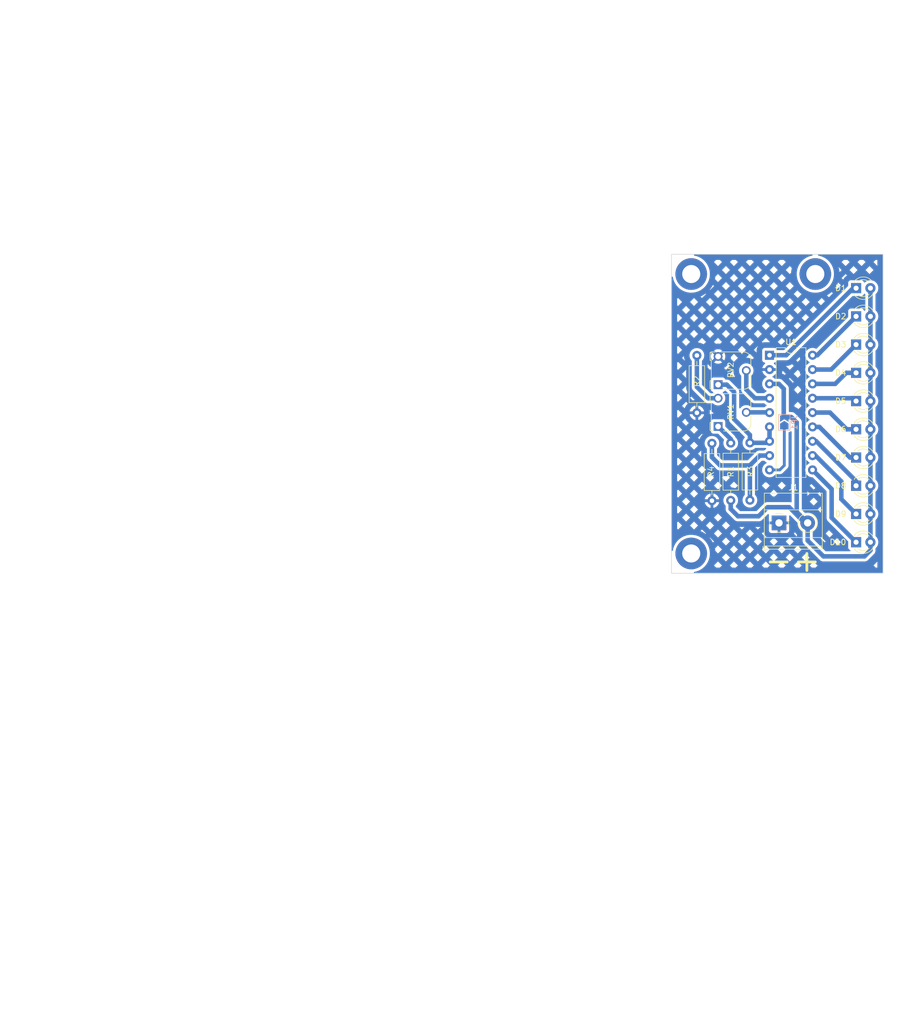
<source format=kicad_pcb>
(kicad_pcb (version 20221018) (generator pcbnew)
  (title_block (title "Indicardor de voltaje") (date "2023-05-18") (rev "V1.0.0") (company "Maykol Rey"))
  (layers (0 "F.Cu" signal) (31 "B.Cu" signal) (34 "B.Paste" user) (35 "F.Paste" user) (36 "B.SilkS" user "B.Silkscreen") (37 "F.SilkS" user "F.Silkscreen") (38 "B.Mask" user) (39 "F.Mask" user) (44 "Edge.Cuts" user))
  (net 0 "")
  (net 1 "Net-(D1-K)")
  (net 2 "Net-(D2-K)")
  (net 3 "Net-(D3-K)")
  (net 4 "Net-(D4-K)")
  (net 5 "Net-(D5-K)")
  (net 6 "Net-(D6-K)")
  (net 7 "Net-(D7-K)")
  (net 8 "Net-(D8-K)")
  (net 9 "Net-(D9-K)")
  (net 10 "Net-(D10-K)")
  (net 11 "GND")
  (net 12 "Net-(JP1-A)")
  (net 13 "Net-(R1-Pad2)")
  (net 14 "Net-(R2-Pad1)")
  (net 15 "Net-(U1-REFOUT)")
  (net 16 "Net-(U1-REFADJ)")
  (net 17 "Net-(U1-SIG)")
  (net 18 "Net-(U1-RLO)")
  (net 19 "/VCC")
  (footprint "Resistor_THT:R_Axial_DIN0207_L6.3mm_D2.5mm_P10.16mm_Horizontal" (layer "F.Cu") (at 137 77.92 -90)
    (fp_text reference "R2" (at 4.58 0 90) (layer "F.SilkS"))
    (fp_text value "4.7k")
    (fp_line (start 1.04 0) (end 1.81 0) (stroke (width 0.12)) (layer "F.SilkS"))
    (fp_line (start 1.81 -1.37) (end 1.81 1.37) (stroke (width 0.12)) (layer "F.SilkS"))
    (fp_line (start 1.81 1.37) (end 8.35 1.37) (stroke (width 0.12)) (layer "F.SilkS"))
    (fp_line (start 8.35 -1.37) (end 1.81 -1.37) (stroke (width 0.12)) (layer "F.SilkS"))
    (fp_line (start 8.35 1.37) (end 8.35 -1.37) (stroke (width 0.12)) (layer "F.SilkS"))
    (fp_line (start 9.12 0) (end 8.35 0) (stroke (width 0.12)) (layer "F.SilkS"))
    (pad "1" thru_hole circle (at 0 0 270) (size 1.6 1.6) (drill 0.8) (layers "*.Cu" "*.Mask") (net 14 "Net-(R2-Pad1)"))
    (pad "2" thru_hole oval (at 10.16 0 270) (size 1.6 1.6) (drill 0.8) (layers "*.Cu" "*.Mask") (net 11 "GND"))
  )
  (footprint "Potentiometer_THT:Potentiometer_Runtron_RM-065_Vertical" (layer "F.Cu") (at 140.76 83.1 90)
    (fp_text reference "RV2" (at 2.6 2.24 90) (layer "F.SilkS"))
    (fp_text value "10k")
    (fp_line (start -0.81 -1.21) (end -0.81 -0.96) (stroke (width 0.12)) (layer "F.SilkS"))
    (fp_line (start -0.81 4.5) (end -0.81 0.96) (stroke (width 0.12)) (layer "F.SilkS"))
    (fp_line (start -0.71 -1.41) (end -0.71 -1.21) (stroke (width 0.12)) (layer "F.SilkS"))
    (fp_line (start -0.71 -1.41) (end 0.71 -1.41) (stroke (width 0.12)) (layer "F.SilkS"))
    (fp_line (start -0.71 -1.21) (end -0.81 -1.21) (stroke (width 0.12)) (layer "F.SilkS"))
    (fp_line (start 0.71 -1.21) (end 0.71 -1.41) (stroke (width 0.12)) (layer "F.SilkS"))
    (fp_line (start 0.71 -1.21) (end 4.29 -1.21) (stroke (width 0.12)) (layer "F.SilkS"))
    (fp_line (start 1.99 5.81) (end 0.5 5.81) (stroke (width 0.12)) (layer "F.SilkS"))
    (fp_line (start 4.29 -1.41) (end 5.71 -1.41) (stroke (width 0.12)) (layer "F.SilkS"))
    (fp_line (start 4.29 -1.21) (end 4.29 -1.41) (stroke (width 0.12)) (layer "F.SilkS"))
    (fp_line (start 4.5 5.81) (end 3.01 5.81) (stroke (width 0.12)) (layer "F.SilkS"))
    (fp_line (start 5.71 -1.41) (end 5.71 -1.21) (stroke (width 0.12)) (layer "F.SilkS"))
    (fp_line (start 5.71 -1.21) (end 5.81 -1.21) (stroke (width 0.12)) (layer "F.SilkS"))
    (fp_line (start 5.81 -1.21) (end 5.81 -0.52) (stroke (width 0.12)) (layer "F.SilkS"))
    (fp_line (start 5.81 0.52) (end 5.81 4.5) (stroke (width 0.12)) (layer "F.SilkS"))
    (fp_arc (start 0.5 5.81) (mid -0.42631 5.42631) (end -0.81 4.5) (stroke (width 0.12)) (layer "F.SilkS"))
    (fp_arc (start 5.81 4.5) (mid 5.42631 5.42631) (end 4.5 5.81) (stroke (width 0.12)) (layer "F.SilkS"))
    (pad "1" thru_hole rect (at 0 0 90) (size 1.56 1.56) (drill 1) (layers "*.Cu" "*.Mask") (net 15 "Net-(U1-REFOUT)"))
    (pad "2" thru_hole circle (at 2.5 5 90) (size 1.56 1.56) (drill 1) (layers "*.Cu" "*.Mask") (net 18 "Net-(U1-RLO)"))
    (pad "3" thru_hole circle (at 5 0 90) (size 1.56 1.56) (drill 1) (layers "*.Cu" "*.Mask") (net 11 "GND"))
  )
  (footprint "LED_THT:LED_D3.0mm" (layer "F.Cu") (at 165.225 111)
    (fp_text reference "D10" (at -3.225 0) (layer "F.SilkS"))
    (fp_text value "LED")
    (fp_line (start -0.29 -1.236) (end -0.29 -1.08) (stroke (width 0.12)) (layer "F.SilkS"))
    (fp_line (start -0.29 1.08) (end -0.29 1.236) (stroke (width 0.12)) (layer "F.SilkS"))
    (fp_arc (start -0.29 -1.235516) (mid 1.366487 -1.987659) (end 2.942335 -1.078608) (stroke (width 0.12)) (layer "F.SilkS"))
    (fp_arc (start 0.229039 -1.08) (mid 1.270117 -1.5) (end 2.31113 -1.079837) (stroke (width 0.12)) (layer "F.SilkS"))
    (fp_arc (start 2.31113 1.079837) (mid 1.270117 1.5) (end 0.229039 1.08) (stroke (width 0.12)) (layer "F.SilkS"))
    (fp_arc (start 2.942335 1.078608) (mid 1.366487 1.987659) (end -0.29 1.235516) (stroke (width 0.12)) (layer "F.SilkS"))
    (pad "1" thru_hole rect (at 0 0) (size 1.8 1.8) (drill 0.9) (layers "*.Cu" "*.Mask") (net 10 "Net-(D10-K)"))
    (pad "2" thru_hole circle (at 2.54 0) (size 1.8 1.8) (drill 0.9) (layers "*.Cu" "*.Mask") (net 19 "/VCC"))
  )
  (footprint "Resistor_THT:R_Axial_DIN0207_L6.3mm_D2.5mm_P10.16mm_Horizontal" (layer "F.Cu") (at 139.67 93.49 -90)
    (fp_text reference "R4" (at 5.01 0.17 90) (layer "F.SilkS"))
    (fp_text value "10k")
    (fp_line (start 1.04 0) (end 1.81 0) (stroke (width 0.12)) (layer "F.SilkS"))
    (fp_line (start 1.81 -1.37) (end 1.81 1.37) (stroke (width 0.12)) (layer "F.SilkS"))
    (fp_line (start 1.81 1.37) (end 8.35 1.37) (stroke (width 0.12)) (layer "F.SilkS"))
    (fp_line (start 8.35 -1.37) (end 1.81 -1.37) (stroke (width 0.12)) (layer "F.SilkS"))
    (fp_line (start 8.35 1.37) (end 8.35 -1.37) (stroke (width 0.12)) (layer "F.SilkS"))
    (fp_line (start 9.12 0) (end 8.35 0) (stroke (width 0.12)) (layer "F.SilkS"))
    (pad "1" thru_hole circle (at 0 0 270) (size 1.6 1.6) (drill 0.8) (layers "*.Cu" "*.Mask") (net 16 "Net-(U1-REFADJ)"))
    (pad "2" thru_hole oval (at 10.16 0 270) (size 1.6 1.6) (drill 0.8) (layers "*.Cu" "*.Mask") (net 11 "GND"))
  )
  (footprint "LED_THT:LED_D3.0mm" (layer "F.Cu") (at 165.225 106)
    (fp_text reference "D9" (at -2.725 0) (layer "F.SilkS"))
    (fp_text value "LED")
    (fp_line (start -0.29 -1.236) (end -0.29 -1.08) (stroke (width 0.12)) (layer "F.SilkS"))
    (fp_line (start -0.29 1.08) (end -0.29 1.236) (stroke (width 0.12)) (layer "F.SilkS"))
    (fp_arc (start -0.29 -1.235516) (mid 1.366487 -1.987659) (end 2.942335 -1.078608) (stroke (width 0.12)) (layer "F.SilkS"))
    (fp_arc (start 0.229039 -1.08) (mid 1.270117 -1.5) (end 2.31113 -1.079837) (stroke (width 0.12)) (layer "F.SilkS"))
    (fp_arc (start 2.31113 1.079837) (mid 1.270117 1.5) (end 0.229039 1.08) (stroke (width 0.12)) (layer "F.SilkS"))
    (fp_arc (start 2.942335 1.078608) (mid 1.366487 1.987659) (end -0.29 1.235516) (stroke (width 0.12)) (layer "F.SilkS"))
    (pad "1" thru_hole rect (at 0 0) (size 1.8 1.8) (drill 0.9) (layers "*.Cu" "*.Mask") (net 9 "Net-(D9-K)"))
    (pad "2" thru_hole circle (at 2.54 0) (size 1.8 1.8) (drill 0.9) (layers "*.Cu" "*.Mask") (net 19 "/VCC"))
  )
  (footprint "LED_THT:LED_D3.0mm" (layer "F.Cu") (at 165.225 71)
    (fp_text reference "D2" (at -2.725 0) (layer "F.SilkS"))
    (fp_text value "LED")
    (fp_line (start -0.29 -1.236) (end -0.29 -1.08) (stroke (width 0.12)) (layer "F.SilkS"))
    (fp_line (start -0.29 1.08) (end -0.29 1.236) (stroke (width 0.12)) (layer "F.SilkS"))
    (fp_arc (start -0.29 -1.235516) (mid 1.366487 -1.987659) (end 2.942335 -1.078608) (stroke (width 0.12)) (layer "F.SilkS"))
    (fp_arc (start 0.229039 -1.08) (mid 1.270117 -1.5) (end 2.31113 -1.079837) (stroke (width 0.12)) (layer "F.SilkS"))
    (fp_arc (start 2.31113 1.079837) (mid 1.270117 1.5) (end 0.229039 1.08) (stroke (width 0.12)) (layer "F.SilkS"))
    (fp_arc (start 2.942335 1.078608) (mid 1.366487 1.987659) (end -0.29 1.235516) (stroke (width 0.12)) (layer "F.SilkS"))
    (pad "1" thru_hole rect (at 0 0) (size 1.8 1.8) (drill 0.9) (layers "*.Cu" "*.Mask") (net 2 "Net-(D2-K)"))
    (pad "2" thru_hole circle (at 2.54 0) (size 1.8 1.8) (drill 0.9) (layers "*.Cu" "*.Mask") (net 19 "/VCC"))
  )
  (footprint "MountingHole:MountingHole_3.2mm_M3_DIN965_Pad" (layer "F.Cu") (at 136 113)
    (fp_text reference "H3" hide)
    (fp_text value "MountingHole")
    (pad "1" thru_hole circle (at 0 0) (size 5.6 5.6) (drill 3.2) (layers "*.Cu" "*.Mask"))
  )
  (footprint "LED_THT:LED_D3.0mm" (layer "F.Cu") (at 165.225 86)
    (fp_text reference "D5" (at -2.725 0) (layer "F.SilkS"))
    (fp_text value "LED")
    (fp_line (start -0.29 -1.236) (end -0.29 -1.08) (stroke (width 0.12)) (layer "F.SilkS"))
    (fp_line (start -0.29 1.08) (end -0.29 1.236) (stroke (width 0.12)) (layer "F.SilkS"))
    (fp_arc (start -0.29 -1.235516) (mid 1.366487 -1.987659) (end 2.942335 -1.078608) (stroke (width 0.12)) (layer "F.SilkS"))
    (fp_arc (start 0.229039 -1.08) (mid 1.270117 -1.5) (end 2.31113 -1.079837) (stroke (width 0.12)) (layer "F.SilkS"))
    (fp_arc (start 2.31113 1.079837) (mid 1.270117 1.5) (end 0.229039 1.08) (stroke (width 0.12)) (layer "F.SilkS"))
    (fp_arc (start 2.942335 1.078608) (mid 1.366487 1.987659) (end -0.29 1.235516) (stroke (width 0.12)) (layer "F.SilkS"))
    (pad "1" thru_hole rect (at 0 0) (size 1.8 1.8) (drill 0.9) (layers "*.Cu" "*.Mask") (net 5 "Net-(D5-K)"))
    (pad "2" thru_hole circle (at 2.54 0) (size 1.8 1.8) (drill 0.9) (layers "*.Cu" "*.Mask") (net 19 "/VCC"))
  )
  (footprint "LED_THT:LED_D3.0mm" (layer "F.Cu") (at 165.225 101)
    (fp_text reference "D8" (at -2.725 0) (layer "F.SilkS"))
    (fp_text value "LED")
    (fp_line (start -0.29 -1.236) (end -0.29 -1.08) (stroke (width 0.12)) (layer "F.SilkS"))
    (fp_line (start -0.29 1.08) (end -0.29 1.236) (stroke (width 0.12)) (layer "F.SilkS"))
    (fp_arc (start -0.29 -1.235516) (mid 1.366487 -1.987659) (end 2.942335 -1.078608) (stroke (width 0.12)) (layer "F.SilkS"))
    (fp_arc (start 0.229039 -1.08) (mid 1.270117 -1.5) (end 2.31113 -1.079837) (stroke (width 0.12)) (layer "F.SilkS"))
    (fp_arc (start 2.31113 1.079837) (mid 1.270117 1.5) (end 0.229039 1.08) (stroke (width 0.12)) (layer "F.SilkS"))
    (fp_arc (start 2.942335 1.078608) (mid 1.366487 1.987659) (end -0.29 1.235516) (stroke (width 0.12)) (layer "F.SilkS"))
    (pad "1" thru_hole rect (at 0 0) (size 1.8 1.8) (drill 0.9) (layers "*.Cu" "*.Mask") (net 8 "Net-(D8-K)"))
    (pad "2" thru_hole circle (at 2.54 0) (size 1.8 1.8) (drill 0.9) (layers "*.Cu" "*.Mask") (net 19 "/VCC"))
  )
  (footprint "Potentiometer_THT:Potentiometer_Runtron_RM-065_Vertical" (layer "F.Cu") (at 140.76 90.5 90)
    (fp_text reference "RV1" (at 2.6 2.24 90) (layer "F.SilkS"))
    (fp_text value "10k")
    (fp_line (start -0.81 -1.21) (end -0.81 -0.96) (stroke (width 0.12)) (layer "F.SilkS"))
    (fp_line (start -0.81 4.5) (end -0.81 0.96) (stroke (width 0.12)) (layer "F.SilkS"))
    (fp_line (start -0.71 -1.41) (end -0.71 -1.21) (stroke (width 0.12)) (layer "F.SilkS"))
    (fp_line (start -0.71 -1.41) (end 0.71 -1.41) (stroke (width 0.12)) (layer "F.SilkS"))
    (fp_line (start -0.71 -1.21) (end -0.81 -1.21) (stroke (width 0.12)) (layer "F.SilkS"))
    (fp_line (start 0.71 -1.21) (end 0.71 -1.41) (stroke (width 0.12)) (layer "F.SilkS"))
    (fp_line (start 0.71 -1.21) (end 4.29 -1.21) (stroke (width 0.12)) (layer "F.SilkS"))
    (fp_line (start 1.99 5.81) (end 0.5 5.81) (stroke (width 0.12)) (layer "F.SilkS"))
    (fp_line (start 4.29 -1.41) (end 5.71 -1.41) (stroke (width 0.12)) (layer "F.SilkS"))
    (fp_line (start 4.29 -1.21) (end 4.29 -1.41) (stroke (width 0.12)) (layer "F.SilkS"))
    (fp_line (start 4.5 5.81) (end 3.01 5.81) (stroke (width 0.12)) (layer "F.SilkS"))
    (fp_line (start 5.71 -1.41) (end 5.71 -1.21) (stroke (width 0.12)) (layer "F.SilkS"))
    (fp_line (start 5.71 -1.21) (end 5.81 -1.21) (stroke (width 0.12)) (layer "F.SilkS"))
    (fp_line (start 5.81 -1.21) (end 5.81 -0.52) (stroke (width 0.12)) (layer "F.SilkS"))
    (fp_line (start 5.81 0.52) (end 5.81 4.5) (stroke (width 0.12)) (layer "F.SilkS"))
    (fp_arc (start 0.5 5.81) (mid -0.42631 5.42631) (end -0.81 4.5) (stroke (width 0.12)) (layer "F.SilkS"))
    (fp_arc (start 5.81 4.5) (mid 5.42631 5.42631) (end 4.5 5.81) (stroke (width 0.12)) (layer "F.SilkS"))
    (pad "1" thru_hole rect (at 0 0 90) (size 1.56 1.56) (drill 1) (layers "*.Cu" "*.Mask") (net 13 "Net-(R1-Pad2)"))
    (pad "2" thru_hole circle (at 2.5 5 90) (size 1.56 1.56) (drill 1) (layers "*.Cu" "*.Mask") (net 17 "Net-(U1-SIG)"))
    (pad "3" thru_hole circle (at 5 0 90) (size 1.56 1.56) (drill 1) (layers "*.Cu" "*.Mask") (net 14 "Net-(R2-Pad1)"))
  )
  (footprint "LED_THT:LED_D3.0mm" (layer "F.Cu") (at 165.225 76)
    (fp_text reference "D3" (at -2.725 0) (layer "F.SilkS"))
    (fp_text value "LED")
    (fp_line (start -0.29 -1.236) (end -0.29 -1.08) (stroke (width 0.12)) (layer "F.SilkS"))
    (fp_line (start -0.29 1.08) (end -0.29 1.236) (stroke (width 0.12)) (layer "F.SilkS"))
    (fp_arc (start -0.29 -1.235516) (mid 1.366487 -1.987659) (end 2.942335 -1.078608) (stroke (width 0.12)) (layer "F.SilkS"))
    (fp_arc (start 0.229039 -1.08) (mid 1.270117 -1.5) (end 2.31113 -1.079837) (stroke (width 0.12)) (layer "F.SilkS"))
    (fp_arc (start 2.31113 1.079837) (mid 1.270117 1.5) (end 0.229039 1.08) (stroke (width 0.12)) (layer "F.SilkS"))
    (fp_arc (start 2.942335 1.078608) (mid 1.366487 1.987659) (end -0.29 1.235516) (stroke (width 0.12)) (layer "F.SilkS"))
    (pad "1" thru_hole rect (at 0 0) (size 1.8 1.8) (drill 0.9) (layers "*.Cu" "*.Mask") (net 3 "Net-(D3-K)"))
    (pad "2" thru_hole circle (at 2.54 0) (size 1.8 1.8) (drill 0.9) (layers "*.Cu" "*.Mask") (net 19 "/VCC"))
  )
  (footprint "LED_THT:LED_D3.0mm" (layer "F.Cu") (at 165.225 96)
    (fp_text reference "D7" (at -2.725 0) (layer "F.SilkS"))
    (fp_text value "LED")
    (fp_line (start -0.29 -1.236) (end -0.29 -1.08) (stroke (width 0.12)) (layer "F.SilkS"))
    (fp_line (start -0.29 1.08) (end -0.29 1.236) (stroke (width 0.12)) (layer "F.SilkS"))
    (fp_arc (start -0.29 -1.235516) (mid 1.366487 -1.987659) (end 2.942335 -1.078608) (stroke (width 0.12)) (layer "F.SilkS"))
    (fp_arc (start 0.229039 -1.08) (mid 1.270117 -1.5) (end 2.31113 -1.079837) (stroke (width 0.12)) (layer "F.SilkS"))
    (fp_arc (start 2.31113 1.079837) (mid 1.270117 1.5) (end 0.229039 1.08) (stroke (width 0.12)) (layer "F.SilkS"))
    (fp_arc (start 2.942335 1.078608) (mid 1.366487 1.987659) (end -0.29 1.235516) (stroke (width 0.12)) (layer "F.SilkS"))
    (pad "1" thru_hole rect (at 0 0) (size 1.8 1.8) (drill 0.9) (layers "*.Cu" "*.Mask") (net 7 "Net-(D7-K)"))
    (pad "2" thru_hole circle (at 2.54 0) (size 1.8 1.8) (drill 0.9) (layers "*.Cu" "*.Mask") (net 19 "/VCC"))
  )
  (footprint "MountingHole:MountingHole_3.2mm_M3_DIN965_Pad" (layer "F.Cu") (at 158 63.5)
    (fp_text reference "H1" hide)
    (fp_text value "MountingHole")
    (pad "1" thru_hole circle (at 0 0) (size 5.6 5.6) (drill 3.2) (layers "*.Cu" "*.Mask"))
  )
  (footprint "TerminalBlock_Phoenix:TerminalBlock_Phoenix_MKDS-1,5-2-5.08_1x02_P5.08mm_Horizontal" (layer "F.Cu") (at 151.56 107.58)
    (fp_text reference "J1" (at 2.54 -6.26) (layer "F.SilkS"))
    (fp_text value "Conn_01x02")
    (fp_line (start -2.84 4.16) (end -2.84 4.9) (stroke (width 0.12)) (layer "F.SilkS"))
    (fp_line (start -2.84 4.9) (end -2.34 4.9) (stroke (width 0.12)) (layer "F.SilkS"))
    (fp_line (start -2.6 -5.261) (end -2.6 4.66) (stroke (width 0.12)) (layer "F.SilkS"))
    (fp_line (start -2.6 -5.261) (end 7.68 -5.261) (stroke (width 0.12)) (layer "F.SilkS"))
    (fp_line (start -2.6 -2.301) (end 7.68 -2.301) (stroke (width 0.12)) (layer "F.SilkS"))
    (fp_line (start -2.6 2.6) (end 7.68 2.6) (stroke (width 0.12)) (layer "F.SilkS"))
    (fp_line (start -2.6 4.1) (end 7.68 4.1) (stroke (width 0.12)) (layer "F.SilkS"))
    (fp_line (start -2.6 4.66) (end 7.68 4.66) (stroke (width 0.12)) (layer "F.SilkS"))
    (fp_line (start 3.853 1.023) (end 3.806 1.069) (stroke (width 0.12)) (layer "F.SilkS"))
    (fp_line (start 4.046 1.239) (end 4.011 1.274) (stroke (width 0.12)) (layer "F.SilkS"))
    (fp_line (start 6.15 -1.275) (end 6.115 -1.239) (stroke (width 0.12)) (layer "F.SilkS"))
    (fp_line (start 6.355 -1.069) (end 6.308 -1.023) (stroke (width 0.12)) (layer "F.SilkS"))
    (fp_line (start 7.68 -5.261) (end 7.68 4.66) (stroke (width 0.12)) (layer "F.SilkS"))
    (fp_arc (start -1.535427 0.683042) (mid -1.680501 -0.000524) (end -1.535 -0.684) (stroke (width 0.12)) (layer "F.SilkS"))
    (fp_arc (start -0.683042 -1.535427) (mid 0.000524 -1.680501) (end 0.684 -1.535) (stroke (width 0.12)) (layer "F.SilkS"))
    (fp_arc (start 0.028805 1.680253) (mid -0.335551 1.646659) (end -0.684 1.535) (stroke (width 0.12)) (layer "F.SilkS"))
    (fp_arc (start 0.683318 1.534756) (mid 0.349292 1.643288) (end 0 1.68) (stroke (width 0.12)) (layer "F.SilkS"))
    (fp_arc (start 1.535427 -0.683042) (mid 1.680501 0.000524) (end 1.535 0.684) (stroke (width 0.12)) (layer "F.SilkS"))
    (fp_circle (center 5.08 0) (end 6.76 0) (stroke (width 0.12)) (fill none) (layer "F.SilkS"))
    (pad "1" thru_hole rect (at 0 0) (size 2.6 2.6) (drill 1.3) (layers "*.Cu" "*.Mask") (net 11 "GND"))
    (pad "2" thru_hole circle (at 5.08 0) (size 2.6 2.6) (drill 1.3) (layers "*.Cu" "*.Mask") (net 19 "/VCC"))
  )
  (footprint "Package_DIP:DIP-18_W7.62mm" (layer "F.Cu") (at 149.88 77.88)
    (fp_text reference "U1" (at 3.81 -2.33) (layer "F.SilkS"))
    (fp_text value "LM3914N")
    (fp_line (start 1.16 -1.33) (end 1.16 21.65) (stroke (width 0.12)) (layer "F.SilkS"))
    (fp_line (start 1.16 21.65) (end 6.46 21.65) (stroke (width 0.12)) (layer "F.SilkS"))
    (fp_line (start 2.81 -1.33) (end 1.16 -1.33) (stroke (width 0.12)) (layer "F.SilkS"))
    (fp_line (start 6.46 -1.33) (end 4.81 -1.33) (stroke (width 0.12)) (layer "F.SilkS"))
    (fp_line (start 6.46 21.65) (end 6.46 -1.33) (stroke (width 0.12)) (layer "F.SilkS"))
    (fp_arc (start 4.81 -1.33) (mid 3.81 -0.33) (end 2.81 -1.33) (stroke (width 0.12)) (layer "F.SilkS"))
    (pad "1" thru_hole rect (at 0 0) (size 1.6 1.6) (drill 0.8) (layers "*.Cu" "*.Mask") (net 1 "Net-(D1-K)"))
    (pad "2" thru_hole oval (at 0 2.54) (size 1.6 1.6) (drill 0.8) (layers "*.Cu" "*.Mask") (net 11 "GND"))
    (pad "3" thru_hole oval (at 0 5.08) (size 1.6 1.6) (drill 0.8) (layers "*.Cu" "*.Mask") (net 19 "/VCC"))
    (pad "4" thru_hole oval (at 0 7.62) (size 1.6 1.6) (drill 0.8) (layers "*.Cu" "*.Mask") (net 18 "Net-(U1-RLO)"))
    (pad "5" thru_hole oval (at 0 10.16) (size 1.6 1.6) (drill 0.8) (layers "*.Cu" "*.Mask") (net 17 "Net-(U1-SIG)"))
    (pad "6" thru_hole oval (at 0 12.7) (size 1.6 1.6) (drill 0.8) (layers "*.Cu" "*.Mask") (net 15 "Net-(U1-REFOUT)"))
    (pad "7" thru_hole oval (at 0 15.24) (size 1.6 1.6) (drill 0.8) (layers "*.Cu" "*.Mask") (net 15 "Net-(U1-REFOUT)"))
    (pad "8" thru_hole oval (at 0 17.78) (size 1.6 1.6) (drill 0.8) (layers "*.Cu" "*.Mask") (net 16 "Net-(U1-REFADJ)"))
    (pad "9" thru_hole oval (at 0 20.32) (size 1.6 1.6) (drill 0.8) (layers "*.Cu" "*.Mask") (net 12 "Net-(JP1-A)"))
    (pad "10" thru_hole oval (at 7.62 20.32) (size 1.6 1.6) (drill 0.8) (layers "*.Cu" "*.Mask") (net 10 "Net-(D10-K)"))
    (pad "11" thru_hole oval (at 7.62 17.78) (size 1.6 1.6) (drill 0.8) (layers "*.Cu" "*.Mask") (net 9 "Net-(D9-K)"))
    (pad "12" thru_hole oval (at 7.62 15.24) (size 1.6 1.6) (drill 0.8) (layers "*.Cu" "*.Mask") (net 8 "Net-(D8-K)"))
    (pad "13" thru_hole oval (at 7.62 12.7) (size 1.6 1.6) (drill 0.8) (layers "*.Cu" "*.Mask") (net 7 "Net-(D7-K)"))
    (pad "14" thru_hole oval (at 7.62 10.16) (size 1.6 1.6) (drill 0.8) (layers "*.Cu" "*.Mask") (net 6 "Net-(D6-K)"))
    (pad "15" thru_hole oval (at 7.62 7.62) (size 1.6 1.6) (drill 0.8) (layers "*.Cu" "*.Mask") (net 5 "Net-(D5-K)"))
    (pad "16" thru_hole oval (at 7.62 5.08) (size 1.6 1.6) (drill 0.8) (layers "*.Cu" "*.Mask") (net 4 "Net-(D4-K)"))
    (pad "17" thru_hole oval (at 7.62 2.54) (size 1.6 1.6) (drill 0.8) (layers "*.Cu" "*.Mask") (net 3 "Net-(D3-K)"))
    (pad "18" thru_hole oval (at 7.62 0) (size 1.6 1.6) (drill 0.8) (layers "*.Cu" "*.Mask") (net 2 "Net-(D2-K)"))
  )
  (footprint "LED_THT:LED_D3.0mm" (layer "F.Cu") (at 165.225 81)
    (fp_text reference "D4" (at -2.725 0) (layer "F.SilkS"))
    (fp_text value "LED")
    (fp_line (start -0.29 -1.236) (end -0.29 -1.08) (stroke (width 0.12)) (layer "F.SilkS"))
    (fp_line (start -0.29 1.08) (end -0.29 1.236) (stroke (width 0.12)) (layer "F.SilkS"))
    (fp_arc (start -0.29 -1.235516) (mid 1.366487 -1.987659) (end 2.942335 -1.078608) (stroke (width 0.12)) (layer "F.SilkS"))
    (fp_arc (start 0.229039 -1.08) (mid 1.270117 -1.5) (end 2.31113 -1.079837) (stroke (width 0.12)) (layer "F.SilkS"))
    (fp_arc (start 2.31113 1.079837) (mid 1.270117 1.5) (end 0.229039 1.08) (stroke (width 0.12)) (layer "F.SilkS"))
    (fp_arc (start 2.942335 1.078608) (mid 1.366487 1.987659) (end -0.29 1.235516) (stroke (width 0.12)) (layer "F.SilkS"))
    (pad "1" thru_hole rect (at 0 0) (size 1.8 1.8) (drill 0.9) (layers "*.Cu" "*.Mask") (net 4 "Net-(D4-K)"))
    (pad "2" thru_hole circle (at 2.54 0) (size 1.8 1.8) (drill 0.9) (layers "*.Cu" "*.Mask") (net 19 "/VCC"))
  )
  (footprint "LED_THT:LED_D3.0mm" (layer "F.Cu") (at 165.225 91)
    (fp_text reference "D6" (at -2.725 0) (layer "F.SilkS"))
    (fp_text value "LED")
    (fp_line (start -0.29 -1.236) (end -0.29 -1.08) (stroke (width 0.12)) (layer "F.SilkS"))
    (fp_line (start -0.29 1.08) (end -0.29 1.236) (stroke (width 0.12)) (layer "F.SilkS"))
    (fp_arc (start -0.29 -1.235516) (mid 1.366487 -1.987659) (end 2.942335 -1.078608) (stroke (width 0.12)) (layer "F.SilkS"))
    (fp_arc (start 0.229039 -1.08) (mid 1.270117 -1.5) (end 2.31113 -1.079837) (stroke (width 0.12)) (layer "F.SilkS"))
    (fp_arc (start 2.31113 1.079837) (mid 1.270117 1.5) (end 0.229039 1.08) (stroke (width 0.12)) (layer "F.SilkS"))
    (fp_arc (start 2.942335 1.078608) (mid 1.366487 1.987659) (end -0.29 1.235516) (stroke (width 0.12)) (layer "F.SilkS"))
    (pad "1" thru_hole rect (at 0 0) (size 1.8 1.8) (drill 0.9) (layers "*.Cu" "*.Mask") (net 6 "Net-(D6-K)"))
    (pad "2" thru_hole circle (at 2.54 0) (size 1.8 1.8) (drill 0.9) (layers "*.Cu" "*.Mask") (net 19 "/VCC"))
  )
  (footprint "Resistor_THT:R_Axial_DIN0207_L6.3mm_D2.5mm_P10.16mm_Horizontal" (layer "F.Cu") (at 143 103.6 90)
    (fp_text reference "R1" (at 5.1 0 90) (layer "F.SilkS"))
    (fp_text value "4.7k")
    (fp_line (start 1.04 0) (end 1.81 0) (stroke (width 0.12)) (layer "F.SilkS"))
    (fp_line (start 1.81 -1.37) (end 1.81 1.37) (stroke (width 0.12)) (layer "F.SilkS"))
    (fp_line (start 1.81 1.37) (end 8.35 1.37) (stroke (width 0.12)) (layer "F.SilkS"))
    (fp_line (start 8.35 -1.37) (end 1.81 -1.37) (stroke (width 0.12)) (layer "F.SilkS"))
    (fp_line (start 8.35 1.37) (end 8.35 -1.37) (stroke (width 0.12)) (layer "F.SilkS"))
    (fp_line (start 9.12 0) (end 8.35 0) (stroke (width 0.12)) (layer "F.SilkS"))
    (pad "1" thru_hole circle (at 0 0 90) (size 1.6 1.6) (drill 0.8) (layers "*.Cu" "*.Mask") (net 19 "/VCC"))
    (pad "2" thru_hole oval (at 10.16 0 90) (size 1.6 1.6) (drill 0.8) (layers "*.Cu" "*.Mask") (net 13 "Net-(R1-Pad2)"))
  )
  (footprint "Resistor_THT:R_Axial_DIN0207_L6.3mm_D2.5mm_P10.16mm_Horizontal" (layer "F.Cu") (at 146.4 93.4 -90)
    (fp_text reference "R3" (at 5.08 -0.1 90) (layer "F.SilkS"))
    (fp_text value "3.3k")
    (fp_line (start 1.04 0) (end 1.81 0) (stroke (width 0.12)) (layer "F.SilkS"))
    (fp_line (start 1.81 -1.37) (end 1.81 1.37) (stroke (width 0.12)) (layer "F.SilkS"))
    (fp_line (start 1.81 1.37) (end 8.35 1.37) (stroke (width 0.12)) (layer "F.SilkS"))
    (fp_line (start 8.35 -1.37) (end 1.81 -1.37) (stroke (width 0.12)) (layer "F.SilkS"))
    (fp_line (start 8.35 1.37) (end 8.35 -1.37) (stroke (width 0.12)) (layer "F.SilkS"))
    (fp_line (start 9.12 0) (end 8.35 0) (stroke (width 0.12)) (layer "F.SilkS"))
    (pad "1" thru_hole circle (at 0 0 270) (size 1.6 1.6) (drill 0.8) (layers "*.Cu" "*.Mask") (net 15 "Net-(U1-REFOUT)"))
    (pad "2" thru_hole oval (at 10.16 0 270) (size 1.6 1.6) (drill 0.8) (layers "*.Cu" "*.Mask") (net 16 "Net-(U1-REFADJ)"))
  )
  (footprint "LED_THT:LED_D3.0mm" (layer "F.Cu") (at 165.225 66)
    (fp_text reference "D1" (at -2.725 0) (layer "F.SilkS"))
    (fp_text value "LED")
    (fp_line (start -0.29 -1.236) (end -0.29 -1.08) (stroke (width 0.12)) (layer "F.SilkS"))
    (fp_line (start -0.29 1.08) (end -0.29 1.236) (stroke (width 0.12)) (layer "F.SilkS"))
    (fp_arc (start -0.29 -1.235516) (mid 1.366487 -1.987659) (end 2.942335 -1.078608) (stroke (width 0.12)) (layer "F.SilkS"))
    (fp_arc (start 0.229039 -1.08) (mid 1.270117 -1.5) (end 2.31113 -1.079837) (stroke (width 0.12)) (layer "F.SilkS"))
    (fp_arc (start 2.31113 1.079837) (mid 1.270117 1.5) (end 0.229039 1.08) (stroke (width 0.12)) (layer "F.SilkS"))
    (fp_arc (start 2.942335 1.078608) (mid 1.366487 1.987659) (end -0.29 1.235516) (stroke (width 0.12)) (layer "F.SilkS"))
    (pad "1" thru_hole rect (at 0 0) (size 1.8 1.8) (drill 0.9) (layers "*.Cu" "*.Mask") (net 1 "Net-(D1-K)"))
    (pad "2" thru_hole circle (at 2.54 0) (size 1.8 1.8) (drill 0.9) (layers "*.Cu" "*.Mask") (net 19 "/VCC"))
  )
  (footprint "MountingHole:MountingHole_3.2mm_M3_DIN965_Pad" (layer "F.Cu") (at 136 63.5)
    (fp_text reference "H2" hide)
    (fp_text value "MountingHole")
    (pad "1" thru_hole circle (at 0 0) (size 5.6 5.6) (drill 3.2) (layers "*.Cu" "*.Mask"))
  )
  (footprint "Jumper:SolderJumper-2_P1.3mm_Open_TrianglePad1.0x1.5mm" (layer "B.Cu") (at 152.5 89.775 90)
    (fp_text reference "JP1" (at 0 1.8 90) (layer "B.SilkS") (effects (justify mirror)))
    (fp_text value "Tipo")
    (fp_line (start -1.4 -1) (end -1.4 1) (stroke (width 0.12)) (layer "B.SilkS"))
    (fp_line (start -1.4 1) (end 1.4 1) (stroke (width 0.12)) (layer "B.SilkS"))
    (fp_line (start 1.4 -1) (end -1.4 -1) (stroke (width 0.12)) (layer "B.SilkS"))
    (fp_line (start 1.4 1) (end 1.4 -1) (stroke (width 0.12)) (layer "B.SilkS"))
    (pad "1" smd custom (at -0.725 0 90) (size 0.3 0.3) (layers "B.Cu" "B.Mask") (net 12 "Net-(JP1-A)") (options (clearance outline) (anchor rect)) (primitives (gr_poly (pts (xy 1 0) (xy 0.5 -0.75) (xy -0.5 -0.75) (xy -0.5 0.75) (xy 0.5 0.75)) (width 0) (fill yes))))
    (pad "2" smd custom (at 0.725 0 90) (size 0.3 0.3) (layers "B.Cu" "B.Mask") (net 19 "/VCC") (options (clearance outline) (anchor rect)) (primitives (gr_poly (pts (xy 0.5 -0.75) (xy -0.65 -0.75) (xy -0.15 0) (xy -0.65 0.75) (xy 0.5 0.75)) (width 0) (fill yes))))
  )
  (gr_line (start 156.5 113) (end 156.5 116) (stroke (width 0.5)) (layer "F.SilkS"))
  (gr_line (start 150 114.5) (end 153 114.5) (stroke (width 0.5)) (layer "F.SilkS"))
  (gr_line (start 155 114.5) (end 158 114.5) (stroke (width 0.5)) (layer "F.SilkS"))
  (gr_rect (start 132.5 60) (end 170 116.5) (stroke (width 0.1)) (fill none) (layer "Edge.Cuts"))
  (segment (start 164.71 66) (end 152.83 77.88) (width 0.8) (layer "B.Cu") (net 1))
  (segment (start 152.83 77.88) (end 149.88 77.88) (width 0.8) (layer "B.Cu") (net 1))
  (segment (start 165.225 66) (end 164.71 66) (width 0.8) (layer "B.Cu") (net 1))
  (segment (start 157.5 77.88) (end 158.345 77.88) (width 0.8) (layer "B.Cu") (net 2))
  (segment (start 158.345 77.88) (end 165.225 71) (width 0.8) (layer "B.Cu") (net 2))
  (segment (start 160.805 80.42) (end 165.225 76) (width 0.8) (layer "B.Cu") (net 3))
  (segment (start 157.5 80.42) (end 160.805 80.42) (width 0.8) (layer "B.Cu") (net 3))
  (segment (start 163.48 81) (end 165.225 81) (width 0.8) (layer "B.Cu") (net 4))
  (segment (start 157.5 82.96) (end 161.52 82.96) (width 0.8) (layer "B.Cu") (net 4))
  (segment (start 161.52 82.96) (end 163.48 81) (width 0.8) (layer "B.Cu") (net 4))
  (segment (start 157.5 85.5) (end 164.725 85.5) (width 0.8) (layer "B.Cu") (net 5))
  (segment (start 164.725 85.5) (end 165.225 86) (width 0.8) (layer "B.Cu") (net 5))
  (segment (start 163.56 91) (end 165.225 91) (width 0.8) (layer "B.Cu") (net 6))
  (segment (start 160.6 88.04) (end 163.56 91) (width 0.8) (layer "B.Cu") (net 6))
  (segment (start 157.5 88.04) (end 160.6 88.04) (width 0.8) (layer "B.Cu") (net 6))
  (segment (start 157.5 90.58) (end 158.72 90.58) (width 0.8) (layer "B.Cu") (net 7))
  (segment (start 164.14 96) (end 165.225 96) (width 0.8) (layer "B.Cu") (net 7))
  (segment (start 158.72 90.58) (end 164.14 96) (width 0.8) (layer "B.Cu") (net 7))
  (segment (start 157.5 93.12) (end 158.16 93.12) (width 0.8) (layer "B.Cu") (net 8))
  (segment (start 158.16 93.12) (end 165.225 100.185) (width 0.8) (layer "B.Cu") (net 8))
  (segment (start 165.225 100.185) (end 165.225 101) (width 0.8) (layer "B.Cu") (net 8))
  (segment (start 157.5 95.66) (end 158.03 95.66) (width 0.8) (layer "B.Cu") (net 9))
  (segment (start 158.03 95.66) (end 162.61 100.24) (width 0.8) (layer "B.Cu") (net 9))
  (segment (start 162.61 100.24) (end 162.61 103.385) (width 0.8) (layer "B.Cu") (net 9))
  (segment (start 162.61 103.385) (end 165.225 106) (width 0.8) (layer "B.Cu") (net 9))
  (segment (start 160.89 106.665) (end 165.225 111) (width 0.8) (layer "B.Cu") (net 10))
  (segment (start 160.89 101.59) (end 160.89 106.665) (width 0.8) (layer "B.Cu") (net 10))
  (segment (start 157.5 98.2) (end 160.89 101.59) (width 0.8) (layer "B.Cu") (net 10))
  (segment (start 152.5 97.39) (end 151.69 98.2) (width 0.5) (layer "B.Cu") (net 12))
  (segment (start 151.69 98.2) (end 149.88 98.2) (width 0.5) (layer "B.Cu") (net 12))
  (segment (start 152.5 90.5) (end 152.5 97.39) (width 0.5) (layer "B.Cu") (net 12))
  (segment (start 143 92.74) (end 143 93.44) (width 0.8) (layer "B.Cu") (net 13))
  (segment (start 140.76 90.5) (end 143 92.74) (width 0.8) (layer "B.Cu") (net 13))
  (segment (start 137 83.5) (end 139 85.5) (width 0.8) (layer "B.Cu") (net 14))
  (segment (start 139 85.5) (end 140.76 85.5) (width 0.8) (layer "B.Cu") (net 14))
  (segment (start 137 77.92) (end 137 83.5) (width 0.8) (layer "B.Cu") (net 14))
  (segment (start 149.6 93.4) (end 146.4 93.4) (width 0.8) (layer "B.Cu") (net 15))
  (segment (start 143.6 84.4) (end 143.6 89.2) (width 0.8) (layer "B.Cu") (net 15))
  (segment (start 140.76 83.1) (end 142.3 83.1) (width 0.8) (layer "B.Cu") (net 15))
  (segment (start 142.3 83.1) (end 143.6 84.4) (width 0.8) (layer "B.Cu") (net 15))
  (segment (start 143.6 89.2) (end 146.4 92) (width 0.8) (layer "B.Cu") (net 15))
  (segment (start 146.4 92) (end 146.4 93.4) (width 0.8) (layer "B.Cu") (net 15))
  (segment (start 149.88 90.58) (end 149.88 93.12) (width 0.8) (layer "B.Cu") (net 15))
  (segment (start 149.88 93.12) (end 149.6 93.4) (width 0.8) (layer "B.Cu") (net 15))
  (segment (start 146.4 97.4) (end 146.4 103.56) (width 0.8) (layer "B.Cu") (net 16))
  (segment (start 149.88 95.66) (end 148.14 95.66) (width 0.8) (layer "B.Cu") (net 16))
  (segment (start 139.67 93.49) (end 139.67 95.95) (width 0.8) (layer "B.Cu") (net 16))
  (segment (start 148.14 95.66) (end 146.4 97.4) (width 0.8) (layer "B.Cu") (net 16))
  (segment (start 141.12 97.4) (end 146.4 97.4) (width 0.8) (layer "B.Cu") (net 16))
  (segment (start 139.67 95.95) (end 141.12 97.4) (width 0.8) (layer "B.Cu") (net 16))
  (segment (start 149.84 88) (end 149.88 88.04) (width 0.8) (layer "B.Cu") (net 17))
  (segment (start 145.76 88) (end 149.84 88) (width 0.8) (layer "B.Cu") (net 17))
  (segment (start 145.76 83.96) (end 145.76 80.6) (width 0.8) (layer "B.Cu") (net 18))
  (segment (start 147.3 85.5) (end 145.76 83.96) (width 0.8) (layer "B.Cu") (net 18))
  (segment (start 149.88 85.5) (end 147.3 85.5) (width 0.8) (layer "B.Cu") (net 18))
  (segment (start 167.765 96) (end 167.765 91) (width 0.8) (layer "B.Cu") (net 19))
  (segment (start 159.44 113.51) (end 166.71 113.51) (width 0.8) (layer "B.Cu") (net 19))
  (segment (start 152.4 88.85) (end 152.4 83.82) (width 0.8) (layer "B.Cu") (net 19))
  (segment (start 167.765 71) (end 167.765 66) (width 0.8) (layer "B.Cu") (net 19))
  (segment (start 143 105.12) (end 144.28 106.4) (width 0.8) (layer "B.Cu") (net 19))
  (segment (start 153.76 88.85) (end 152.4 88.85) (width 0.8) (layer "B.Cu") (net 19))
  (segment (start 167.765 101) (end 167.765 96) (width 0.8) (layer "B.Cu") (net 19))
  (segment (start 151.54 82.96) (end 149.88 82.96) (width 0.8) (layer "B.Cu") (net 19))
  (segment (start 167.765 81) (end 167.765 76) (width 0.8) (layer "B.Cu") (net 19))
  (segment (start 154.7 105.64) (end 154.7 89.79) (width 0.8) (layer "B.Cu") (net 19))
  (segment (start 166.71 113.51) (end 167.765 112.455) (width 0.8) (layer "B.Cu") (net 19))
  (segment (start 156.64 110.71) (end 159.44 113.51) (width 0.8) (layer "B.Cu") (net 19))
  (segment (start 167.765 106) (end 167.765 101) (width 0.8) (layer "B.Cu") (net 19))
  (segment (start 156.64 107.58) (end 156.64 110.71) (width 0.8) (layer "B.Cu") (net 19))
  (segment (start 167.765 112.455) (end 167.765 111) (width 0.8) (layer "B.Cu") (net 19))
  (segment (start 154.7 89.79) (end 153.76 88.85) (width 0.8) (layer "B.Cu") (net 19))
  (segment (start 167.765 91) (end 167.765 86) (width 0.8) (layer "B.Cu") (net 19))
  (segment (start 167.765 86) (end 167.765 81) (width 0.8) (layer "B.Cu") (net 19))
  (segment (start 155.23 106.67) (end 155 106.44) (width 0.8) (layer "B.Cu") (net 19))
  (segment (start 152.4 83.82) (end 151.54 82.96) (width 0.8) (layer "B.Cu") (net 19))
  (segment (start 156.14 107.58) (end 155.23 106.67) (width 0.8) (layer "B.Cu") (net 19))
  (segment (start 144.28 106.4) (end 147.94 106.4) (width 0.8) (layer "B.Cu") (net 19))
  (segment (start 167.765 111) (end 167.765 106) (width 0.8) (layer "B.Cu") (net 19))
  (segment (start 156.64 107.58) (end 154.7 105.64) (width 0.8) (layer "B.Cu") (net 19))
  (segment (start 149.54 104.8) (end 153.36 104.8) (width 0.8) (layer "B.Cu") (net 19))
  (segment (start 147.94 106.4) (end 149.54 104.8) (width 0.8) (layer "B.Cu") (net 19))
  (segment (start 156.64 107.58) (end 156.14 107.58) (width 0.8) (layer "B.Cu") (net 19))
  (segment (start 153.36 104.8) (end 155.23 106.67) (width 0.8) (layer "B.Cu") (net 19))
  (segment (start 143 103.6) (end 143 105.12) (width 0.8) (layer "B.Cu") (net 19))
  (segment (start 167.765 76) (end 167.765 71) (width 0.8) (layer "B.Cu") (net 19))
  (zone (net 11) (net_name "GND") (layer "B.Cu") (connect_pads (clearance 0.5)) (min_thickness 0.25) (fill yes (mode hatch) (thermal_gap 0.5) (thermal_bridge_width 0.5) (hatch_thickness 1) (hatch_gap 1) (hatch_orientation 45) (hatch_border_algorithm hatch_thickness) (hatch_min_hole_area 0.3))
    (polygon (pts (xy 130 57.5) (xy 172.5 57.5) (xy 172.5 120) (xy 130 120)))
  )
)
</source>
